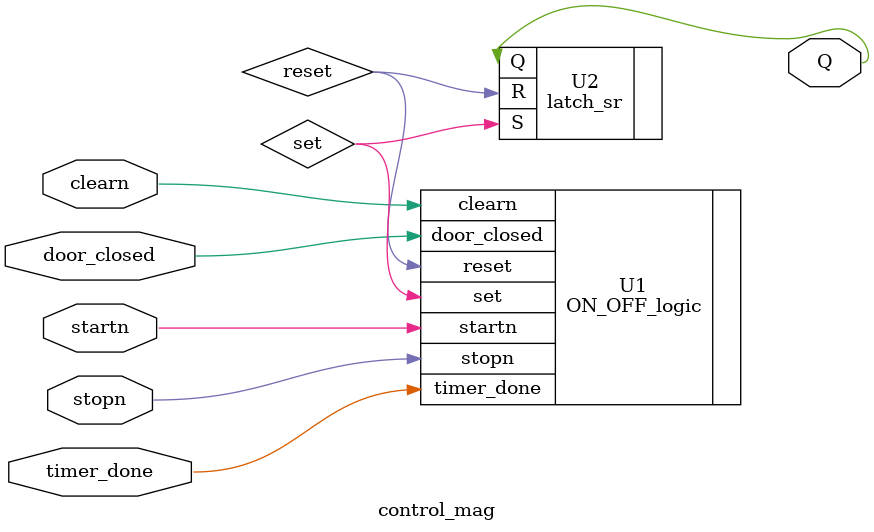
<source format=v>
`include "Magnetron/modulos_nivel3/latch_sr.v"
`include "Magnetron/modulos_nivel3/ON_OFF_logic.v"

module control_mag (input wire startn, stopn, clearn, door_closed, timer_done, output wire Q);

    wire set, reset;

    ON_OFF_logic U1 (.startn(startn),.stopn(stopn),.clearn(clearn),.door_closed(door_closed),.timer_done(timer_done),.set(set),.reset(reset));
    
    latch_sr U2 (.S(set),.R(reset),.Q(Q));

endmodule

</source>
